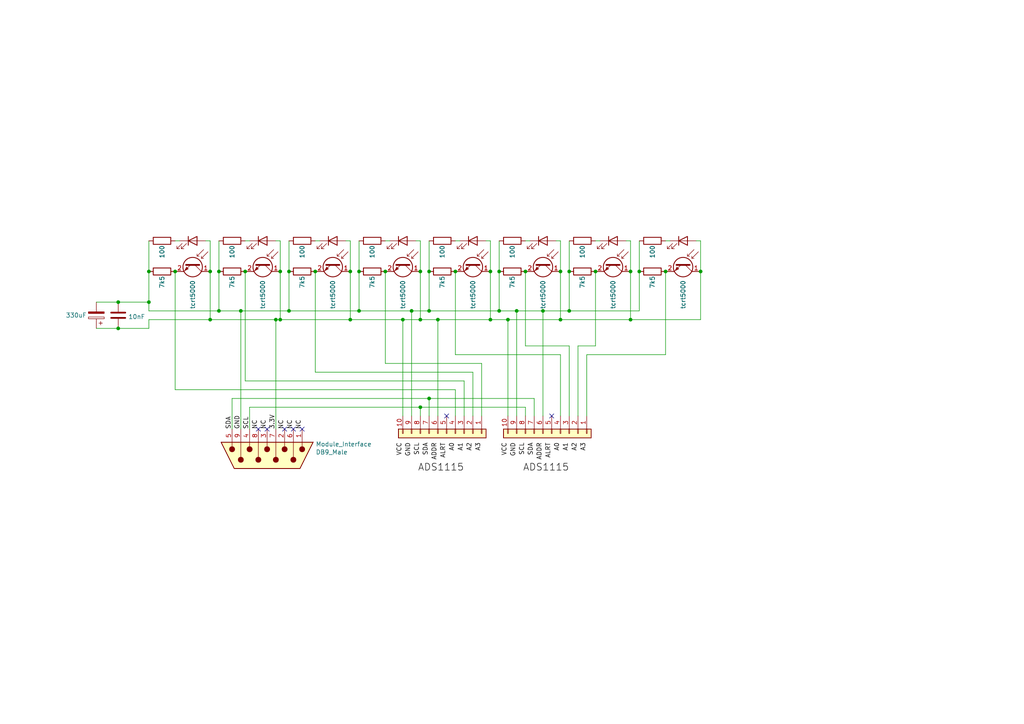
<source format=kicad_sch>
(kicad_sch (version 20211123) (generator eeschema)
  (paper "A4")
  (lib_symbols
    (symbol "Connector:DB9_Male" (pin_names (offset 1.016) hide)
      (property "Reference" "J" (at 0 13.97 0))
      (property "Value" "DB9_Male" (at 0 -14.605 0))
      (symbol "DB9_Male_0_1"
        (circle (center -1.778 -10.16) (radius 0.762) (fill (type outline)))
        (circle (center -1.778 -5.08) (radius 0.762) (fill (type outline)))
        (circle (center -1.778 0) (radius 0.762) (fill (type outline)))
        (circle (center -1.778 5.08) (radius 0.762) (fill (type outline)))
        (circle (center -1.778 10.16) (radius 0.762) (fill (type outline)))
        (polyline (pts (xy -3.81 -10.16) (xy -2.54 -10.16)))
        (polyline (pts (xy -3.81 -7.62) (xy 0.508 -7.62)))
        (polyline (pts (xy -3.81 -5.08) (xy -2.54 -5.08)))
        (polyline (pts (xy -3.81 -2.54) (xy 0.508 -2.54)))
        (polyline (pts (xy -3.81 0) (xy -2.54 0)))
        (polyline (pts (xy -3.81 2.54) (xy 0.508 2.54)))
        (polyline (pts (xy -3.81 5.08) (xy -2.54 5.08)))
        (polyline (pts (xy -3.81 7.62) (xy 0.508 7.62)))
        (polyline (pts (xy -3.81 10.16) (xy -2.54 10.16)))
        (polyline (pts (xy -3.81 -13.335) (xy -3.81 13.335) (xy 3.81 9.525) (xy 3.81 -9.525) (xy -3.81 -13.335)) (stroke (width 0.254)) (fill (type background)))
        (circle (center 1.27 -7.62) (radius 0.762) (fill (type outline)))
        (circle (center 1.27 -2.54) (radius 0.762) (fill (type outline)))
        (circle (center 1.27 2.54) (radius 0.762) (fill (type outline)))
        (circle (center 1.27 7.62) (radius 0.762) (fill (type outline)))
      )
      (symbol "DB9_Male_1_1"
        (pin passive line (at -7.62 -10.16 0) (length 3.81) (name "1") (number "1"))
        (pin passive line (at -7.62 -5.08 0) (length 3.81) (name "2") (number "2"))
        (pin passive line (at -7.62 0 0) (length 3.81) (name "3") (number "3"))
        (pin passive line (at -7.62 5.08 0) (length 3.81) (name "4") (number "4"))
        (pin passive line (at -7.62 10.16 0) (length 3.81) (name "5") (number "5"))
        (pin passive line (at -7.62 -7.62 0) (length 3.81) (name "6") (number "6"))
        (pin passive line (at -7.62 -2.54 0) (length 3.81) (name "7") (number "7"))
        (pin passive line (at -7.62 2.54 0) (length 3.81) (name "8") (number "8"))
        (pin passive line (at -7.62 7.62 0) (length 3.81) (name "9") (number "9"))
      )
    )
    (symbol "Connector_Generic:Conn_01x10" (pin_names (offset 1.016) hide)
      (property "Reference" "J" (at 0 12.7 0))
      (property "Value" "Conn_01x10" (at 0 -15.24 0))
      (symbol "Conn_01x10_1_1"
        (rectangle (start -1.27 -12.573) (end 0 -12.827) (stroke (width 0.1524)))
        (rectangle (start -1.27 -10.033) (end 0 -10.287) (stroke (width 0.1524)))
        (rectangle (start -1.27 -7.493) (end 0 -7.747) (stroke (width 0.1524)))
        (rectangle (start -1.27 -4.953) (end 0 -5.207) (stroke (width 0.1524)))
        (rectangle (start -1.27 -2.413) (end 0 -2.667) (stroke (width 0.1524)))
        (rectangle (start -1.27 0.127) (end 0 -0.127) (stroke (width 0.1524)))
        (rectangle (start -1.27 2.667) (end 0 2.413) (stroke (width 0.1524)))
        (rectangle (start -1.27 5.207) (end 0 4.953) (stroke (width 0.1524)))
        (rectangle (start -1.27 7.747) (end 0 7.493) (stroke (width 0.1524)))
        (rectangle (start -1.27 10.287) (end 0 10.033) (stroke (width 0.1524)))
        (rectangle (start -1.27 11.43) (end 1.27 -13.97) (stroke (width 0.254)) (fill (type background)))
        (pin passive line (at -5.08 10.16 0) (length 3.81) (name "Pin_1") (number "1"))
        (pin passive line (at -5.08 -12.7 0) (length 3.81) (name "Pin_10") (number "10"))
        (pin passive line (at -5.08 7.62 0) (length 3.81) (name "Pin_2") (number "2"))
        (pin passive line (at -5.08 5.08 0) (length 3.81) (name "Pin_3") (number "3"))
        (pin passive line (at -5.08 2.54 0) (length 3.81) (name "Pin_4") (number "4"))
        (pin passive line (at -5.08 0 0) (length 3.81) (name "Pin_5") (number "5"))
        (pin passive line (at -5.08 -2.54 0) (length 3.81) (name "Pin_6") (number "6"))
        (pin passive line (at -5.08 -5.08 0) (length 3.81) (name "Pin_7") (number "7"))
        (pin passive line (at -5.08 -7.62 0) (length 3.81) (name "Pin_8") (number "8"))
        (pin passive line (at -5.08 -10.16 0) (length 3.81) (name "Pin_9") (number "9"))
      )
    )
    (symbol "Device:C" (pin_numbers hide) (pin_names (offset 0.254))
      (property "Reference" "C" (at 0.635 2.54 0))
      (property "Value" "C" (at 0.635 -2.54 0))
      (symbol "C_0_1"
        (polyline (pts (xy -2.032 -0.762) (xy 2.032 -0.762)) (stroke (width 0.508)))
        (polyline (pts (xy -2.032 0.762) (xy 2.032 0.762)) (stroke (width 0.508)))
      )
      (symbol "C_1_1"
        (pin passive line (at 0 3.81 270) (length 2.794) (name "~") (number "1"))
        (pin passive line (at 0 -3.81 90) (length 2.794) (name "~") (number "2"))
      )
    )
    (symbol "Device:C_Polarized" (pin_numbers hide) (pin_names (offset 0.254))
      (property "Reference" "C" (at 0.635 2.54 0))
      (property "Value" "C_Polarized" (at 0.635 -2.54 0))
      (symbol "C_Polarized_0_1"
        (rectangle (start -2.286 0.508) (end 2.286 1.016))
        (polyline (pts (xy -1.778 2.286) (xy -0.762 2.286)))
        (polyline (pts (xy -1.27 2.794) (xy -1.27 1.778)))
        (rectangle (start 2.286 -0.508) (end -2.286 -1.016) (fill (type outline)))
      )
      (symbol "C_Polarized_1_1"
        (pin passive line (at 0 3.81 270) (length 2.794) (name "~") (number "1"))
        (pin passive line (at 0 -3.81 90) (length 2.794) (name "~") (number "2"))
      )
    )
    (symbol "Device:LED" (pin_numbers hide) (pin_names (offset 1.016) hide)
      (property "Reference" "D" (at 0 2.54 0))
      (property "Value" "LED" (at 0 -2.54 0))
      (symbol "LED_0_1"
        (polyline (pts (xy -1.27 -1.27) (xy -1.27 1.27)) (stroke (width 0.254)))
        (polyline (pts (xy -1.27 0) (xy 1.27 0)))
        (polyline (pts (xy 1.27 -1.27) (xy 1.27 1.27) (xy -1.27 0) (xy 1.27 -1.27)) (stroke (width 0.254)))
        (polyline (pts (xy -3.048 -0.762) (xy -4.572 -2.286) (xy -3.81 -2.286) (xy -4.572 -2.286) (xy -4.572 -1.524)))
        (polyline (pts (xy -1.778 -0.762) (xy -3.302 -2.286) (xy -2.54 -2.286) (xy -3.302 -2.286) (xy -3.302 -1.524)))
      )
      (symbol "LED_1_1"
        (pin passive line (at -3.81 0 0) (length 2.54) (name "K") (number "1"))
        (pin passive line (at 3.81 0 180) (length 2.54) (name "A") (number "2"))
      )
    )
    (symbol "Device:Q_Photo_NPN" (pin_names (offset 0) hide)
      (property "Reference" "Q" (at 5.08 1.27 0))
      (property "Value" "Q_Photo_NPN" (at 5.08 -1.27 0))
      (symbol "Q_Photo_NPN_0_1"
        (polyline (pts (xy -1.905 1.27) (xy -2.54 1.27)))
        (polyline (pts (xy -1.27 2.54) (xy -1.905 2.54)))
        (polyline (pts (xy 0.635 0.635) (xy 2.54 2.54)))
        (polyline (pts (xy -3.81 3.175) (xy -1.905 1.27) (xy -1.905 1.905)))
        (polyline (pts (xy -3.175 4.445) (xy -1.27 2.54) (xy -1.27 3.175)))
        (polyline (pts (xy 0.635 -0.635) (xy 2.54 -2.54) (xy 2.54 -2.54)))
        (polyline (pts (xy 0.635 1.905) (xy 0.635 -1.905) (xy 0.635 -1.905)) (stroke (width 0.508)))
        (polyline (pts (xy 1.27 -1.778) (xy 1.778 -1.27) (xy 2.286 -2.286) (xy 1.27 -1.778) (xy 1.27 -1.778)) (fill (type outline)))
        (circle (center 1.27 0) (radius 2.8194) (stroke (width 0.254)))
      )
      (symbol "Q_Photo_NPN_1_1"
        (pin passive line (at 2.54 5.08 270) (length 2.54) (name "C") (number "1"))
        (pin passive line (at 2.54 -5.08 90) (length 2.54) (name "E") (number "2"))
      )
    )
    (symbol "Device:R" (pin_numbers hide) (pin_names (offset 0))
      (property "Reference" "R" (at 2.032 0 90))
      (property "Value" "R" (at 0 0 90))
      (symbol "R_0_1"
        (rectangle (start -1.016 -2.54) (end 1.016 2.54) (stroke (width 0.254)))
      )
      (symbol "R_1_1"
        (pin passive line (at 0 3.81 270) (length 1.27) (name "~") (number "1"))
        (pin passive line (at 0 -3.81 90) (length 1.27) (name "~") (number "2"))
      )
    )
  )
  (junction (at 142.24 78.74))
  (junction (at 101.6 92.71))
  (junction (at 91.44 78.74))
  (junction (at 60.96 78.74))
  (junction (at 193.04 78.74))
  (junction (at 69.85 90.17))
  (junction (at 121.92 92.71))
  (junction (at 165.1 90.17))
  (junction (at 34.29 87.63))
  (junction (at 63.5 78.74))
  (junction (at 149.86 90.17))
  (junction (at 182.88 92.71))
  (junction (at 124.46 90.17))
  (junction (at 185.42 78.74))
  (junction (at 111.76 78.74))
  (junction (at 165.1 78.74))
  (junction (at 71.12 78.74))
  (junction (at 162.56 78.74))
  (junction (at 101.6 78.74))
  (junction (at 83.82 78.74))
  (junction (at 83.82 90.17))
  (junction (at 43.18 78.74))
  (junction (at 121.92 78.74))
  (junction (at 80.01 92.71))
  (junction (at 81.28 78.74))
  (junction (at 81.28 92.71))
  (junction (at 127 92.71))
  (junction (at 104.14 78.74))
  (junction (at 142.24 92.71))
  (junction (at 116.84 92.71))
  (junction (at 63.5 90.17))
  (junction (at 50.8 78.74))
  (junction (at 162.56 92.71))
  (junction (at 144.78 90.17))
  (junction (at 182.88 78.74))
  (junction (at 152.4 78.74))
  (junction (at 121.92 118.11))
  (junction (at 172.72 78.74))
  (junction (at 43.18 87.63))
  (junction (at 132.08 78.74))
  (junction (at 124.46 115.57))
  (junction (at 157.48 90.17))
  (junction (at 144.78 78.74))
  (junction (at 119.38 90.17))
  (junction (at 147.32 92.71))
  (junction (at 60.96 92.71))
  (junction (at 34.29 95.25))
  (junction (at 104.14 90.17))
  (junction (at 203.2 78.74))
  (junction (at 124.46 78.74))
  (no_connect (at 82.55 124.46))
  (no_connect (at 74.93 124.46))
  (no_connect (at 129.54 120.65))
  (no_connect (at 85.09 124.46))
  (no_connect (at 77.47 124.46))
  (no_connect (at 87.63 124.46))
  (no_connect (at 160.02 120.65))
  (wire (pts (xy 167.64 100.33) (xy 172.72 100.33)))
  (wire (pts (xy 182.88 78.74) (xy 182.88 69.85)))
  (wire (pts (xy 111.76 78.74) (xy 111.76 105.41)))
  (wire (pts (xy 203.2 69.85) (xy 201.93 69.85)))
  (wire (pts (xy 144.78 90.17) (xy 149.86 90.17)))
  (wire (pts (xy 43.18 92.71) (xy 60.96 92.71)))
  (wire (pts (xy 80.01 92.71) (xy 80.01 124.46)))
  (wire (pts (xy 63.5 90.17) (xy 69.85 90.17)))
  (wire (pts (xy 121.92 92.71) (xy 127 92.71)))
  (wire (pts (xy 119.38 90.17) (xy 124.46 90.17)))
  (wire (pts (xy 153.67 69.85) (xy 152.4 69.85)))
  (wire (pts (xy 104.14 69.85) (xy 104.14 78.74)))
  (wire (pts (xy 162.56 92.71) (xy 182.88 92.71)))
  (wire (pts (xy 182.88 92.71) (xy 203.2 92.71)))
  (wire (pts (xy 147.32 92.71) (xy 162.56 92.71)))
  (wire (pts (xy 43.18 90.17) (xy 43.18 87.63)))
  (wire (pts (xy 83.82 90.17) (xy 104.14 90.17)))
  (wire (pts (xy 132.08 102.87) (xy 132.08 78.74)))
  (wire (pts (xy 154.94 115.57) (xy 124.46 115.57)))
  (wire (pts (xy 81.28 69.85) (xy 80.01 69.85)))
  (wire (pts (xy 154.94 120.65) (xy 154.94 115.57)))
  (wire (pts (xy 185.42 69.85) (xy 185.42 78.74)))
  (wire (pts (xy 67.31 115.57) (xy 67.31 124.46)))
  (wire (pts (xy 182.88 69.85) (xy 181.61 69.85)))
  (wire (pts (xy 203.2 78.74) (xy 203.2 69.85)))
  (wire (pts (xy 104.14 90.17) (xy 119.38 90.17)))
  (wire (pts (xy 80.01 92.71) (xy 81.28 92.71)))
  (wire (pts (xy 43.18 87.63) (xy 43.18 78.74)))
  (wire (pts (xy 194.31 69.85) (xy 193.04 69.85)))
  (wire (pts (xy 81.28 78.74) (xy 81.28 69.85)))
  (wire (pts (xy 172.72 100.33) (xy 172.72 78.74)))
  (wire (pts (xy 144.78 78.74) (xy 144.78 90.17)))
  (wire (pts (xy 50.8 113.03) (xy 50.8 78.74)))
  (wire (pts (xy 182.88 92.71) (xy 182.88 78.74)))
  (wire (pts (xy 167.64 120.65) (xy 167.64 100.33)))
  (wire (pts (xy 63.5 69.85) (xy 63.5 78.74)))
  (wire (pts (xy 69.85 90.17) (xy 69.85 124.46)))
  (wire (pts (xy 52.07 69.85) (xy 50.8 69.85)))
  (wire (pts (xy 119.38 90.17) (xy 119.38 120.65)))
  (wire (pts (xy 83.82 69.85) (xy 83.82 78.74)))
  (wire (pts (xy 149.86 90.17) (xy 157.48 90.17)))
  (wire (pts (xy 149.86 120.65) (xy 149.86 90.17)))
  (wire (pts (xy 116.84 92.71) (xy 121.92 92.71)))
  (wire (pts (xy 193.04 102.87) (xy 170.18 102.87)))
  (wire (pts (xy 142.24 78.74) (xy 142.24 69.85)))
  (wire (pts (xy 91.44 107.95) (xy 91.44 78.74)))
  (wire (pts (xy 92.71 69.85) (xy 91.44 69.85)))
  (wire (pts (xy 152.4 78.74) (xy 152.4 100.33)))
  (wire (pts (xy 116.84 92.71) (xy 116.84 120.65)))
  (wire (pts (xy 132.08 120.65) (xy 132.08 113.03)))
  (wire (pts (xy 203.2 92.71) (xy 203.2 78.74)))
  (wire (pts (xy 72.39 124.46) (xy 72.39 118.11)))
  (wire (pts (xy 142.24 92.71) (xy 142.24 78.74)))
  (wire (pts (xy 142.24 92.71) (xy 147.32 92.71)))
  (wire (pts (xy 127 92.71) (xy 127 120.65)))
  (wire (pts (xy 43.18 90.17) (xy 63.5 90.17)))
  (wire (pts (xy 60.96 78.74) (xy 60.96 92.71)))
  (wire (pts (xy 101.6 92.71) (xy 116.84 92.71)))
  (wire (pts (xy 147.32 92.71) (xy 147.32 120.65)))
  (wire (pts (xy 162.56 92.71) (xy 162.56 78.74)))
  (wire (pts (xy 142.24 69.85) (xy 140.97 69.85)))
  (wire (pts (xy 165.1 100.33) (xy 165.1 120.65)))
  (wire (pts (xy 69.85 90.17) (xy 83.82 90.17)))
  (wire (pts (xy 162.56 120.65) (xy 162.56 102.87)))
  (wire (pts (xy 193.04 78.74) (xy 193.04 102.87)))
  (wire (pts (xy 162.56 69.85) (xy 161.29 69.85)))
  (wire (pts (xy 165.1 78.74) (xy 165.1 90.17)))
  (wire (pts (xy 71.12 78.74) (xy 71.12 110.49)))
  (wire (pts (xy 165.1 90.17) (xy 185.42 90.17)))
  (wire (pts (xy 111.76 105.41) (xy 139.7 105.41)))
  (wire (pts (xy 60.96 69.85) (xy 59.69 69.85)))
  (wire (pts (xy 27.94 87.63) (xy 34.29 87.63)))
  (wire (pts (xy 124.46 78.74) (xy 124.46 90.17)))
  (wire (pts (xy 72.39 69.85) (xy 71.12 69.85)))
  (wire (pts (xy 71.12 110.49) (xy 134.62 110.49)))
  (wire (pts (xy 101.6 78.74) (xy 101.6 69.85)))
  (wire (pts (xy 83.82 78.74) (xy 83.82 90.17)))
  (wire (pts (xy 72.39 118.11) (xy 121.92 118.11)))
  (wire (pts (xy 101.6 92.71) (xy 101.6 78.74)))
  (wire (pts (xy 170.18 102.87) (xy 170.18 120.65)))
  (wire (pts (xy 165.1 69.85) (xy 165.1 78.74)))
  (wire (pts (xy 34.29 95.25) (xy 43.18 95.25)))
  (wire (pts (xy 185.42 78.74) (xy 185.42 90.17)))
  (wire (pts (xy 121.92 78.74) (xy 121.92 92.71)))
  (wire (pts (xy 81.28 92.71) (xy 81.28 78.74)))
  (wire (pts (xy 137.16 120.65) (xy 137.16 107.95)))
  (wire (pts (xy 152.4 100.33) (xy 165.1 100.33)))
  (wire (pts (xy 63.5 78.74) (xy 63.5 90.17)))
  (wire (pts (xy 43.18 69.85) (xy 43.18 78.74)))
  (wire (pts (xy 104.14 90.17) (xy 104.14 78.74)))
  (wire (pts (xy 124.46 115.57) (xy 124.46 120.65)))
  (wire (pts (xy 113.03 69.85) (xy 111.76 69.85)))
  (wire (pts (xy 121.92 69.85) (xy 120.65 69.85)))
  (wire (pts (xy 133.35 69.85) (xy 132.08 69.85)))
  (wire (pts (xy 173.99 69.85) (xy 172.72 69.85)))
  (wire (pts (xy 124.46 115.57) (xy 67.31 115.57)))
  (wire (pts (xy 127 92.71) (xy 142.24 92.71)))
  (wire (pts (xy 81.28 92.71) (xy 101.6 92.71)))
  (wire (pts (xy 132.08 113.03) (xy 50.8 113.03)))
  (wire (pts (xy 134.62 110.49) (xy 134.62 120.65)))
  (wire (pts (xy 121.92 120.65) (xy 121.92 118.11)))
  (wire (pts (xy 157.48 90.17) (xy 165.1 90.17)))
  (wire (pts (xy 152.4 118.11) (xy 152.4 120.65)))
  (wire (pts (xy 162.56 78.74) (xy 162.56 69.85)))
  (wire (pts (xy 144.78 69.85) (xy 144.78 78.74)))
  (wire (pts (xy 124.46 90.17) (xy 144.78 90.17)))
  (wire (pts (xy 157.48 90.17) (xy 157.48 120.65)))
  (wire (pts (xy 121.92 118.11) (xy 152.4 118.11)))
  (wire (pts (xy 101.6 69.85) (xy 100.33 69.85)))
  (wire (pts (xy 124.46 69.85) (xy 124.46 78.74)))
  (wire (pts (xy 121.92 78.74) (xy 121.92 69.85)))
  (wire (pts (xy 27.94 95.25) (xy 34.29 95.25)))
  (wire (pts (xy 34.29 87.63) (xy 43.18 87.63)))
  (wire (pts (xy 139.7 105.41) (xy 139.7 120.65)))
  (wire (pts (xy 137.16 107.95) (xy 91.44 107.95)))
  (wire (pts (xy 60.96 92.71) (xy 80.01 92.71)))
  (wire (pts (xy 60.96 78.74) (xy 60.96 69.85)))
  (wire (pts (xy 162.56 102.87) (xy 132.08 102.87)))
  (wire (pts (xy 43.18 95.25) (xy 43.18 92.71)))
  (label "VCC" (at 116.84 128.27 270))
  (label "A1" (at 165.1 128.27 270))
  (label "GND" (at 119.38 128.27 270))
  (label "ADS1115" (at 134.62 137.16 180) (effects (font (size 2 2))))
  (label "VCC" (at 147.32 128.27 270))
  (label "NC" (at 74.93 124.46 90))
  (label "SCL" (at 121.92 128.27 270))
  (label "SDA" (at 154.94 128.27 270))
  (label "A3" (at 170.18 128.27 270))
  (label "A2" (at 167.64 128.27 270))
  (label "NC" (at 82.55 124.46 90))
  (label "ALRT" (at 160.02 128.27 270))
  (label "ALRT" (at 129.54 128.27 270))
  (label "A0" (at 132.08 128.27 270))
  (label "A1" (at 134.62 128.27 270))
  (label "NC" (at 77.47 124.46 90))
  (label "SCL" (at 152.4 128.27 270))
  (label "SDA" (at 67.31 124.46 90))
  (label "A0" (at 162.56 128.27 270))
  (label "GND" (at 149.86 128.27 270))
  (label "A3" (at 139.7 128.27 270))
  (label "A2" (at 137.16 128.27 270))
  (label "3.3V" (at 80.01 124.46 90))
  (label "SCL" (at 72.39 124.46 90))
  (label "SDA" (at 124.46 128.27 270))
  (label "NC" (at 85.09 124.46 90))
  (label "GND" (at 69.85 124.46 90))
  (label "ADS1115" (at 165.1 137.16 180) (effects (font (size 2 2))))
  (label "NC" (at 87.63 124.46 90))
  (label "ADDR" (at 127 128.27 270))
  (label "ADDR" (at 157.48 128.27 270))
  (symbol (lib_id "Connector:DB9_Male") (at 77.47 132.08 90) (mirror x) (unit 1)
    (property "Reference" "Module_Interface" (at 91.567 128.8288 90) (effects (justify right)))
    (property "Value" "DB9_Male" (at 91.567 131.1402 90) (effects (justify right)))
    (property "Datasheet" " ~" (effects hide))
  )
  (symbol (lib_id "Connector_Generic:Conn_01x10") (at 160.02 125.73 270) (unit 1)
    (property "Reference" "J?" (effects hide))
    (property "Value" "Conn_01x10" (effects hide))
  )
  (symbol (lib_id "Device:LED") (at 76.2 69.85 0) (unit 1)
    (property "Reference" "D?" (effects hide))
    (property "Value" "LED" (effects hide))
  )
  (symbol (lib_id "Device:Q_Photo_NPN") (at 116.84 76.2 270) (unit 1)
    (property "Reference" "Q?" (effects hide))
    (property "Value" "tcrt5000" (at 116.84 81.28 0) (effects (justify left)))
  )
  (symbol (lib_id "Device:Q_Photo_NPN") (at 157.48 76.2 270) (unit 1)
    (property "Reference" "Q?" (effects hide))
    (property "Value" "tcrt5000" (at 157.48 81.28 0) (effects (justify left)))
  )
  (symbol (lib_id "Device:Q_Photo_NPN") (at 55.88 76.2 270) (unit 1)
    (property "Reference" "Q?" (effects hide))
    (property "Value" "tcrt5000" (at 55.88 81.28 0) (effects (justify left)))
  )
  (symbol (lib_id "Device:C_Polarized") (at 27.94 91.44 180) (unit 1)
    (property "Reference" "C?" (effects hide))
    (property "Value" "330uF" (at 19.05 91.44 0) (effects (justify right)))
  )
  (symbol (lib_id "Device:R") (at 168.91 69.85 90) (unit 1)
    (property "Reference" "R?" (effects hide))
    (property "Value" "100" (at 168.91 71.12 0) (effects (justify right)))
  )
  (symbol (lib_id "Device:R") (at 87.63 69.85 90) (unit 1)
    (property "Reference" "R?" (effects hide))
    (property "Value" "100" (at 87.63 71.12 0) (effects (justify right)))
  )
  (symbol (lib_id "Device:R") (at 67.31 69.85 90) (unit 1)
    (property "Reference" "R?" (effects hide))
    (property "Value" "100" (at 67.31 71.12 0) (effects (justify right)))
  )
  (symbol (lib_id "Device:R") (at 128.27 78.74 90) (unit 1)
    (property "Reference" "R?" (effects hide))
    (property "Value" "7k5" (at 128.27 80.01 0) (effects (justify right)))
  )
  (symbol (lib_id "Device:Q_Photo_NPN") (at 137.16 76.2 270) (unit 1)
    (property "Reference" "Q?" (effects hide))
    (property "Value" "tcrt5000" (at 137.16 81.28 0) (effects (justify left)))
  )
  (symbol (lib_id "Device:R") (at 168.91 78.74 90) (unit 1)
    (property "Reference" "R?" (effects hide))
    (property "Value" "7k5" (at 168.91 80.01 0) (effects (justify right)))
  )
  (symbol (lib_id "Device:R") (at 87.63 78.74 90) (unit 1)
    (property "Reference" "R?" (effects hide))
    (property "Value" "7k5" (at 87.63 80.01 0) (effects (justify right)))
  )
  (symbol (lib_id "Device:R") (at 107.95 78.74 90) (unit 1)
    (property "Reference" "R?" (effects hide))
    (property "Value" "7k5" (at 107.95 80.01 0) (effects (justify right)))
  )
  (symbol (lib_id "Device:LED") (at 96.52 69.85 0) (unit 1)
    (property "Reference" "D?" (effects hide))
    (property "Value" "LED" (effects hide))
  )
  (symbol (lib_id "Device:LED") (at 177.8 69.85 0) (unit 1)
    (property "Reference" "D?" (effects hide))
    (property "Value" "LED" (effects hide))
  )
  (symbol (lib_id "Device:R") (at 148.59 69.85 90) (unit 1)
    (property "Reference" "R?" (effects hide))
    (property "Value" "100" (at 148.59 71.12 0) (effects (justify right)))
  )
  (symbol (lib_id "Device:Q_Photo_NPN") (at 198.12 76.2 270) (unit 1)
    (property "Reference" "Q?" (effects hide))
    (property "Value" "tcrt5000" (at 198.12 81.28 0) (effects (justify left)))
  )
  (symbol (lib_id "Device:LED") (at 157.48 69.85 0) (unit 1)
    (property "Reference" "D?" (effects hide))
    (property "Value" "LED" (effects hide))
  )
  (symbol (lib_id "Device:R") (at 148.59 78.74 90) (unit 1)
    (property "Reference" "R?" (effects hide))
    (property "Value" "7k5" (at 148.59 80.01 0) (effects (justify right)))
  )
  (symbol (lib_id "Device:LED") (at 137.16 69.85 0) (unit 1)
    (property "Reference" "D?" (effects hide))
    (property "Value" "LED" (effects hide))
  )
  (symbol (lib_id "Device:R") (at 46.99 78.74 90) (unit 1)
    (property "Reference" "R?" (effects hide))
    (property "Value" "7k5" (at 46.99 80.01 0) (effects (justify right)))
  )
  (symbol (lib_id "Device:LED") (at 198.12 69.85 0) (unit 1)
    (property "Reference" "D?" (effects hide))
    (property "Value" "LED" (effects hide))
  )
  (symbol (lib_id "Device:R") (at 67.31 78.74 90) (unit 1)
    (property "Reference" "R?" (effects hide))
    (property "Value" "7k5" (at 67.31 80.01 0) (effects (justify right)))
  )
  (symbol (lib_id "Device:Q_Photo_NPN") (at 76.2 76.2 270) (unit 1)
    (property "Reference" "Q?" (effects hide))
    (property "Value" "tcrt5000" (at 76.2 81.28 0) (effects (justify left)))
  )
  (symbol (lib_id "Device:R") (at 107.95 69.85 90) (unit 1)
    (property "Reference" "R?" (effects hide))
    (property "Value" "100" (at 107.95 71.12 0) (effects (justify right)))
  )
  (symbol (lib_id "Device:LED") (at 116.84 69.85 0) (unit 1)
    (property "Reference" "D?" (effects hide))
    (property "Value" "LED" (effects hide))
  )
  (symbol (lib_id "Device:R") (at 189.23 69.85 90) (unit 1)
    (property "Reference" "R?" (effects hide))
    (property "Value" "100" (at 189.23 71.12 0) (effects (justify right)))
  )
  (symbol (lib_id "Device:LED") (at 55.88 69.85 0) (unit 1)
    (property "Reference" "D?" (effects hide))
    (property "Value" "LED" (effects hide))
  )
  (symbol (lib_id "Device:R") (at 46.99 69.85 90) (unit 1)
    (property "Reference" "R?" (effects hide))
    (property "Value" "100" (at 46.99 71.12 0) (effects (justify right)))
  )
  (symbol (lib_id "Device:R") (at 128.27 69.85 90) (unit 1)
    (property "Reference" "R?" (effects hide))
    (property "Value" "100" (at 128.27 71.12 0) (effects (justify right)))
  )
  (symbol (lib_id "Connector_Generic:Conn_01x10") (at 129.54 125.73 270) (unit 1)
    (property "Reference" "J?" (effects hide))
    (property "Value" "Conn_01x10" (effects hide))
  )
  (symbol (lib_id "Device:C") (at 34.29 91.44 0) (unit 1)
    (property "Reference" "C?" (effects hide))
    (property "Value" "10nF" (at 37.211 91.8738 0) (effects (justify left)))
  )
  (symbol (lib_id "Device:Q_Photo_NPN") (at 96.52 76.2 270) (unit 1)
    (property "Reference" "Q?" (effects hide))
    (property "Value" "tcrt5000" (at 96.52 81.28 0) (effects (justify left)))
  )
  (symbol (lib_id "Device:R") (at 189.23 78.74 90) (unit 1)
    (property "Reference" "R?" (effects hide))
    (property "Value" "7k5" (at 189.23 80.01 0) (effects (justify right)))
  )
  (symbol (lib_id "Device:Q_Photo_NPN") (at 177.8 76.2 270) (unit 1)
    (property "Reference" "Q?" (effects hide))
    (property "Value" "tcrt5000" (at 177.8 81.28 0) (effects (justify left)))
  )
)
</source>
